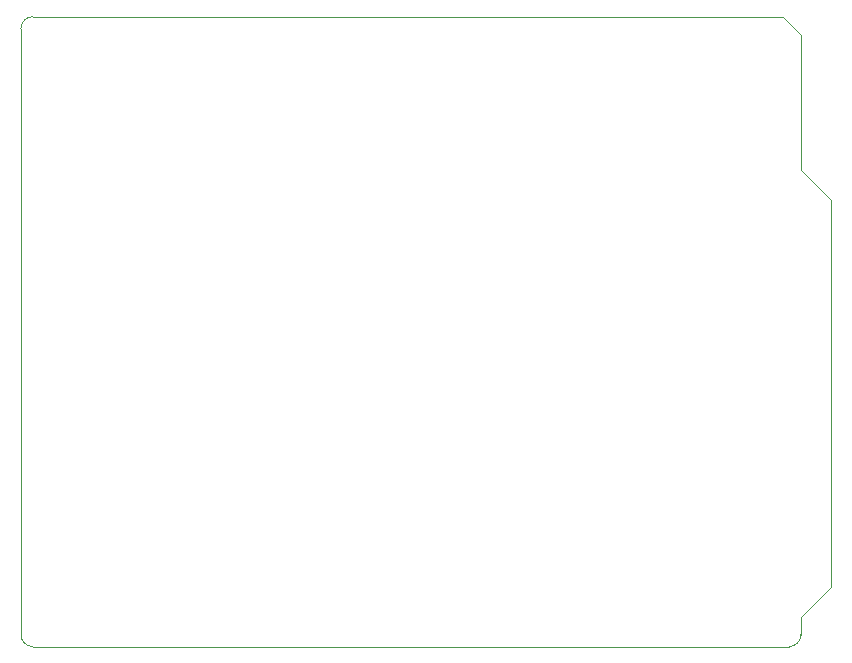
<source format=gbr>
%TF.GenerationSoftware,KiCad,Pcbnew,(6.0.10)*%
%TF.CreationDate,2023-07-13T12:22:52-04:00*%
%TF.ProjectId,ArduinoUnoR4Shield,41726475-696e-46f5-956e-6f5234536869,1.0*%
%TF.SameCoordinates,Original*%
%TF.FileFunction,Profile,NP*%
%FSLAX46Y46*%
G04 Gerber Fmt 4.6, Leading zero omitted, Abs format (unit mm)*
G04 Created by KiCad (PCBNEW (6.0.10)) date 2023-07-13 12:22:52*
%MOMM*%
%LPD*%
G01*
G04 APERTURE LIST*
%TA.AperFunction,Profile*%
%ADD10C,0.100000*%
%TD*%
G04 APERTURE END LIST*
D10*
X171196000Y-66040000D02*
X172720000Y-67564000D01*
X106680000Y-118364000D02*
G75*
G03*
X107696000Y-119380000I1016000J0D01*
G01*
X172720000Y-78994000D02*
X175260000Y-81534000D01*
X171704000Y-119380000D02*
G75*
G03*
X172720000Y-118364000I0J1016000D01*
G01*
X175260000Y-81534000D02*
X175260000Y-114300000D01*
X171704000Y-119380000D02*
X107696000Y-119380000D01*
X175260000Y-114300000D02*
X172720000Y-116840000D01*
X172720000Y-67564000D02*
X172720000Y-78994000D01*
X107696000Y-66040000D02*
G75*
G03*
X106680000Y-67056000I0J-1016000D01*
G01*
X172720000Y-116840000D02*
X172720000Y-118364000D01*
X107696000Y-66040000D02*
X171196000Y-66040000D01*
X106680000Y-118364000D02*
X106680000Y-67056000D01*
M02*

</source>
